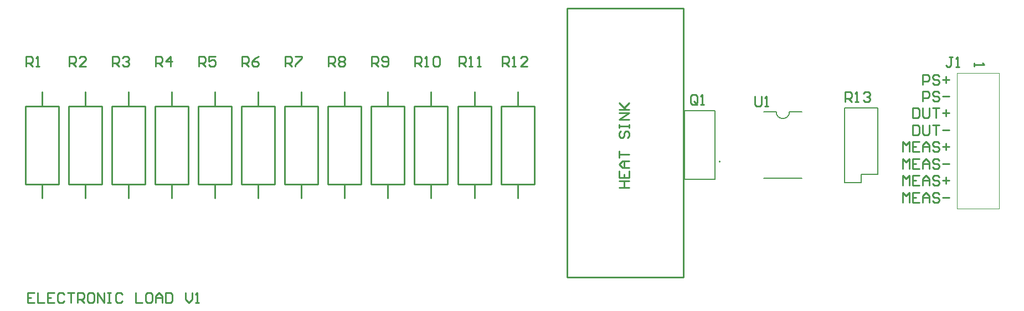
<source format=gto>
G04*
G04 #@! TF.GenerationSoftware,Altium Limited,Altium Designer,21.2.2 (38)*
G04*
G04 Layer_Color=65535*
%FSLAX25Y25*%
%MOIN*%
G70*
G04*
G04 #@! TF.SameCoordinates,DF2CB07D-5BEF-4587-B490-EA5FA00302EE*
G04*
G04*
G04 #@! TF.FilePolarity,Positive*
G04*
G01*
G75*
%ADD10C,0.00787*%
%ADD11C,0.00600*%
%ADD12C,0.01000*%
%ADD13C,0.00394*%
%ADD14C,0.00500*%
D10*
X426394Y93500D02*
G03*
X426394Y93500I-394J0D01*
G01*
X501000Y126000D02*
X521000D01*
X501000Y81000D02*
Y126000D01*
Y81000D02*
X511000D01*
Y86000D01*
X521000D01*
Y126000D01*
D11*
X460000Y123500D02*
G03*
X468000Y123500I4000J0D01*
G01*
X452500Y83500D02*
X475500D01*
X468000Y123500D02*
X475500D01*
X452500D02*
X460000D01*
D12*
X334000Y24000D02*
X404000D01*
X334000Y186000D02*
X404000D01*
Y24000D02*
Y186000D01*
X334000Y24000D02*
Y186000D01*
X304500Y71500D02*
Y80000D01*
Y127000D02*
Y135500D01*
Y80000D02*
X314500D01*
Y127000D01*
X294500D02*
X314500D01*
X294500Y80000D02*
Y127000D01*
Y80000D02*
X304500D01*
X278500Y71500D02*
Y80000D01*
Y127000D02*
Y135500D01*
Y80000D02*
X288500D01*
Y127000D01*
X268500D02*
X288500D01*
X268500Y80000D02*
Y127000D01*
Y80000D02*
X278500D01*
X252000Y71500D02*
Y80000D01*
Y127000D02*
Y135500D01*
Y80000D02*
X262000D01*
Y127000D01*
X242000D02*
X262000D01*
X242000Y80000D02*
Y127000D01*
Y80000D02*
X252000D01*
X226000Y71500D02*
Y80000D01*
Y127000D02*
Y135500D01*
Y80000D02*
X236000D01*
Y127000D01*
X216000D02*
X236000D01*
X216000Y80000D02*
Y127000D01*
Y80000D02*
X226000D01*
X200000Y71500D02*
Y80000D01*
Y127000D02*
Y135500D01*
Y80000D02*
X210000D01*
Y127000D01*
X190000D02*
X210000D01*
X190000Y80000D02*
Y127000D01*
Y80000D02*
X200000D01*
X174000Y71500D02*
Y80000D01*
Y127000D02*
Y135500D01*
Y80000D02*
X184000D01*
Y127000D01*
X164000D02*
X184000D01*
X164000Y80000D02*
Y127000D01*
Y80000D02*
X174000D01*
X148000Y71500D02*
Y80000D01*
Y127000D02*
Y135500D01*
Y80000D02*
X158000D01*
Y127000D01*
X138000D02*
X158000D01*
X138000Y80000D02*
Y127000D01*
Y80000D02*
X148000D01*
X122000Y71500D02*
Y80000D01*
Y127000D02*
Y135500D01*
Y80000D02*
X132000D01*
Y127000D01*
X112000D02*
X132000D01*
X112000Y80000D02*
Y127000D01*
Y80000D02*
X122000D01*
X96000Y71500D02*
Y80000D01*
Y127000D02*
Y135500D01*
Y80000D02*
X106000D01*
Y127000D01*
X86000D02*
X106000D01*
X86000Y80000D02*
Y127000D01*
Y80000D02*
X96000D01*
X70000Y71500D02*
Y80000D01*
Y127000D02*
Y135500D01*
Y80000D02*
X80000D01*
Y127000D01*
X60000D02*
X80000D01*
X60000Y80000D02*
Y127000D01*
Y80000D02*
X70000D01*
X44000Y71500D02*
Y80000D01*
Y127000D02*
Y135500D01*
Y80000D02*
X54000D01*
Y127000D01*
X34000D02*
X54000D01*
X34000Y80000D02*
Y127000D01*
Y80000D02*
X44000D01*
X18000Y71500D02*
Y80000D01*
Y127000D02*
Y135500D01*
Y80000D02*
X28000D01*
Y127000D01*
X8000D02*
X28000D01*
X8000Y80000D02*
Y127000D01*
Y80000D02*
X18000D01*
X579000Y153000D02*
Y151000D01*
Y152000D01*
X584998D01*
X583998Y153000D01*
X13499Y14498D02*
X9500D01*
Y8500D01*
X13499D01*
X9500Y11499D02*
X11499D01*
X15498Y14498D02*
Y8500D01*
X19497D01*
X25495Y14498D02*
X21496D01*
Y8500D01*
X25495D01*
X21496Y11499D02*
X23495D01*
X31493Y13498D02*
X30493Y14498D01*
X28494D01*
X27494Y13498D01*
Y9500D01*
X28494Y8500D01*
X30493D01*
X31493Y9500D01*
X33492Y14498D02*
X37491D01*
X35492D01*
Y8500D01*
X39490D02*
Y14498D01*
X42489D01*
X43489Y13498D01*
Y11499D01*
X42489Y10499D01*
X39490D01*
X41490D02*
X43489Y8500D01*
X48487Y14498D02*
X46488D01*
X45488Y13498D01*
Y9500D01*
X46488Y8500D01*
X48487D01*
X49487Y9500D01*
Y13498D01*
X48487Y14498D01*
X51486Y8500D02*
Y14498D01*
X55485Y8500D01*
Y14498D01*
X57485D02*
X59484D01*
X58484D01*
Y8500D01*
X57485D01*
X59484D01*
X66482Y13498D02*
X65482Y14498D01*
X63482D01*
X62483Y13498D01*
Y9500D01*
X63482Y8500D01*
X65482D01*
X66482Y9500D01*
X74479Y14498D02*
Y8500D01*
X78478D01*
X83476Y14498D02*
X81477D01*
X80477Y13498D01*
Y9500D01*
X81477Y8500D01*
X83476D01*
X84476Y9500D01*
Y13498D01*
X83476Y14498D01*
X86475Y8500D02*
Y12499D01*
X88475Y14498D01*
X90474Y12499D01*
Y8500D01*
Y11499D01*
X86475D01*
X92473Y14498D02*
Y8500D01*
X95472D01*
X96472Y9500D01*
Y13498D01*
X95472Y14498D01*
X92473D01*
X104469D02*
Y10499D01*
X106469Y8500D01*
X108468Y10499D01*
Y14498D01*
X110467Y8500D02*
X112467D01*
X111467D01*
Y14498D01*
X110467Y13498D01*
X548000Y129857D02*
Y135855D01*
X550999D01*
X551998Y134855D01*
Y132856D01*
X550999Y131856D01*
X548000D01*
X557997Y134855D02*
X556997Y135855D01*
X554997D01*
X553998Y134855D01*
Y133856D01*
X554997Y132856D01*
X556997D01*
X557997Y131856D01*
Y130857D01*
X556997Y129857D01*
X554997D01*
X553998Y130857D01*
X559996Y132856D02*
X563995D01*
X536004Y99428D02*
Y105427D01*
X538003Y103427D01*
X540002Y105427D01*
Y99428D01*
X546000Y105427D02*
X542002D01*
Y99428D01*
X546000D01*
X542002Y102428D02*
X544001D01*
X548000Y99428D02*
Y103427D01*
X549999Y105427D01*
X551998Y103427D01*
Y99428D01*
Y102428D01*
X548000D01*
X557997Y104427D02*
X556997Y105427D01*
X554997D01*
X553998Y104427D01*
Y103427D01*
X554997Y102428D01*
X556997D01*
X557997Y101428D01*
Y100428D01*
X556997Y99428D01*
X554997D01*
X553998Y100428D01*
X559996Y102428D02*
X563995D01*
X561995Y104427D02*
Y100428D01*
X542002Y115569D02*
Y109571D01*
X545001D01*
X546000Y110571D01*
Y114570D01*
X545001Y115569D01*
X542002D01*
X548000D02*
Y110571D01*
X548999Y109571D01*
X550999D01*
X551998Y110571D01*
Y115569D01*
X553998D02*
X557997D01*
X555997D01*
Y109571D01*
X559996Y112570D02*
X563995D01*
X542002Y125712D02*
Y119714D01*
X545001D01*
X546000Y120714D01*
Y124713D01*
X545001Y125712D01*
X542002D01*
X548000D02*
Y120714D01*
X548999Y119714D01*
X550999D01*
X551998Y120714D01*
Y125712D01*
X553998D02*
X557997D01*
X555997D01*
Y119714D01*
X559996Y122713D02*
X563995D01*
X561995Y124713D02*
Y120714D01*
X548000Y140000D02*
Y145998D01*
X550999D01*
X551998Y144998D01*
Y142999D01*
X550999Y141999D01*
X548000D01*
X557997Y144998D02*
X556997Y145998D01*
X554997D01*
X553998Y144998D01*
Y143999D01*
X554997Y142999D01*
X556997D01*
X557997Y141999D01*
Y141000D01*
X556997Y140000D01*
X554997D01*
X553998Y141000D01*
X559996Y142999D02*
X563995D01*
X561995Y144998D02*
Y141000D01*
X536004Y89286D02*
Y95284D01*
X538003Y93284D01*
X540002Y95284D01*
Y89286D01*
X546000Y95284D02*
X542002D01*
Y89286D01*
X546000D01*
X542002Y92285D02*
X544001D01*
X548000Y89286D02*
Y93284D01*
X549999Y95284D01*
X551998Y93284D01*
Y89286D01*
Y92285D01*
X548000D01*
X557997Y94284D02*
X556997Y95284D01*
X554997D01*
X553998Y94284D01*
Y93284D01*
X554997Y92285D01*
X556997D01*
X557997Y91285D01*
Y90285D01*
X556997Y89286D01*
X554997D01*
X553998Y90285D01*
X559996Y92285D02*
X563995D01*
X536004Y79143D02*
Y85141D01*
X538003Y83142D01*
X540002Y85141D01*
Y79143D01*
X546000Y85141D02*
X542002D01*
Y79143D01*
X546000D01*
X542002Y82142D02*
X544001D01*
X548000Y79143D02*
Y83142D01*
X549999Y85141D01*
X551998Y83142D01*
Y79143D01*
Y82142D01*
X548000D01*
X557997Y84141D02*
X556997Y85141D01*
X554997D01*
X553998Y84141D01*
Y83142D01*
X554997Y82142D01*
X556997D01*
X557997Y81142D01*
Y80142D01*
X556997Y79143D01*
X554997D01*
X553998Y80142D01*
X559996Y82142D02*
X563995D01*
X561995Y84141D02*
Y80142D01*
X536004Y69000D02*
Y74998D01*
X538003Y72999D01*
X540002Y74998D01*
Y69000D01*
X546000Y74998D02*
X542002D01*
Y69000D01*
X546000D01*
X542002Y71999D02*
X544001D01*
X548000Y69000D02*
Y72999D01*
X549999Y74998D01*
X551998Y72999D01*
Y69000D01*
Y71999D01*
X548000D01*
X557997Y73998D02*
X556997Y74998D01*
X554997D01*
X553998Y73998D01*
Y72999D01*
X554997Y71999D01*
X556997D01*
X557997Y70999D01*
Y70000D01*
X556997Y69000D01*
X554997D01*
X553998Y70000D01*
X559996Y71999D02*
X563995D01*
X365502Y78008D02*
X371500D01*
X368501D01*
Y82007D01*
X365502D01*
X371500D01*
X365502Y88005D02*
Y84006D01*
X371500D01*
Y88005D01*
X368501Y84006D02*
Y86006D01*
X371500Y90004D02*
X367501D01*
X365502Y92004D01*
X367501Y94003D01*
X371500D01*
X368501D01*
Y90004D01*
X365502Y96002D02*
Y100001D01*
Y98002D01*
X371500D01*
X366502Y111997D02*
X365502Y110998D01*
Y108998D01*
X366502Y107999D01*
X367501D01*
X368501Y108998D01*
Y110998D01*
X369501Y111997D01*
X370500D01*
X371500Y110998D01*
Y108998D01*
X370500Y107999D01*
X365502Y113997D02*
Y115996D01*
Y114996D01*
X371500D01*
Y113997D01*
Y115996D01*
Y118995D02*
X365502D01*
X371500Y122994D01*
X365502D01*
Y124993D02*
X371500D01*
X369501D01*
X365502Y128992D01*
X368501Y125993D01*
X371500Y128992D01*
X566000Y156499D02*
X564001D01*
X565000D01*
Y151501D01*
X564001Y150501D01*
X563001D01*
X562001Y151501D01*
X567999Y150501D02*
X569999D01*
X568999D01*
Y156499D01*
X567999Y155499D01*
X447000Y132798D02*
Y127800D01*
X448000Y126800D01*
X449999D01*
X450999Y127800D01*
Y132798D01*
X452998Y126800D02*
X454997D01*
X453998D01*
Y132798D01*
X452998Y131798D01*
X501600Y129400D02*
Y135398D01*
X504599D01*
X505599Y134398D01*
Y132399D01*
X504599Y131399D01*
X501600D01*
X503599D02*
X505599Y129400D01*
X507598D02*
X509597D01*
X508598D01*
Y135398D01*
X507598Y134398D01*
X512596D02*
X513596Y135398D01*
X515595D01*
X516595Y134398D01*
Y133399D01*
X515595Y132399D01*
X514596D01*
X515595D01*
X516595Y131399D01*
Y130400D01*
X515595Y129400D01*
X513596D01*
X512596Y130400D01*
X295000Y150900D02*
Y156898D01*
X297999D01*
X298999Y155898D01*
Y153899D01*
X297999Y152899D01*
X295000D01*
X296999D02*
X298999Y150900D01*
X300998D02*
X302997D01*
X301998D01*
Y156898D01*
X300998Y155898D01*
X309995Y150900D02*
X305996D01*
X309995Y154899D01*
Y155898D01*
X308996Y156898D01*
X306996D01*
X305996Y155898D01*
X269000Y150900D02*
Y156898D01*
X271999D01*
X272999Y155898D01*
Y153899D01*
X271999Y152899D01*
X269000D01*
X270999D02*
X272999Y150900D01*
X274998D02*
X276997D01*
X275998D01*
Y156898D01*
X274998Y155898D01*
X279996Y150900D02*
X281996D01*
X280996D01*
Y156898D01*
X279996Y155898D01*
X242500Y150900D02*
Y156898D01*
X245499D01*
X246499Y155898D01*
Y153899D01*
X245499Y152899D01*
X242500D01*
X244499D02*
X246499Y150900D01*
X248498D02*
X250497D01*
X249498D01*
Y156898D01*
X248498Y155898D01*
X253496D02*
X254496Y156898D01*
X256495D01*
X257495Y155898D01*
Y151900D01*
X256495Y150900D01*
X254496D01*
X253496Y151900D01*
Y155898D01*
X216500Y150900D02*
Y156898D01*
X219499D01*
X220499Y155898D01*
Y153899D01*
X219499Y152899D01*
X216500D01*
X218499D02*
X220499Y150900D01*
X222498Y151900D02*
X223498Y150900D01*
X225497D01*
X226497Y151900D01*
Y155898D01*
X225497Y156898D01*
X223498D01*
X222498Y155898D01*
Y154899D01*
X223498Y153899D01*
X226497D01*
X190500Y150900D02*
Y156898D01*
X193499D01*
X194499Y155898D01*
Y153899D01*
X193499Y152899D01*
X190500D01*
X192499D02*
X194499Y150900D01*
X196498Y155898D02*
X197498Y156898D01*
X199497D01*
X200497Y155898D01*
Y154899D01*
X199497Y153899D01*
X200497Y152899D01*
Y151900D01*
X199497Y150900D01*
X197498D01*
X196498Y151900D01*
Y152899D01*
X197498Y153899D01*
X196498Y154899D01*
Y155898D01*
X197498Y153899D02*
X199497D01*
X164500Y150900D02*
Y156898D01*
X167499D01*
X168499Y155898D01*
Y153899D01*
X167499Y152899D01*
X164500D01*
X166499D02*
X168499Y150900D01*
X170498Y156898D02*
X174497D01*
Y155898D01*
X170498Y151900D01*
Y150900D01*
X138500D02*
Y156898D01*
X141499D01*
X142499Y155898D01*
Y153899D01*
X141499Y152899D01*
X138500D01*
X140499D02*
X142499Y150900D01*
X148497Y156898D02*
X146497Y155898D01*
X144498Y153899D01*
Y151900D01*
X145498Y150900D01*
X147497D01*
X148497Y151900D01*
Y152899D01*
X147497Y153899D01*
X144498D01*
X112500Y150900D02*
Y156898D01*
X115499D01*
X116499Y155898D01*
Y153899D01*
X115499Y152899D01*
X112500D01*
X114499D02*
X116499Y150900D01*
X122497Y156898D02*
X118498D01*
Y153899D01*
X120497Y154899D01*
X121497D01*
X122497Y153899D01*
Y151900D01*
X121497Y150900D01*
X119498D01*
X118498Y151900D01*
X86500Y150900D02*
Y156898D01*
X89499D01*
X90499Y155898D01*
Y153899D01*
X89499Y152899D01*
X86500D01*
X88499D02*
X90499Y150900D01*
X95497D02*
Y156898D01*
X92498Y153899D01*
X96497D01*
X60500Y150900D02*
Y156898D01*
X63499D01*
X64499Y155898D01*
Y153899D01*
X63499Y152899D01*
X60500D01*
X62499D02*
X64499Y150900D01*
X66498Y155898D02*
X67498Y156898D01*
X69497D01*
X70497Y155898D01*
Y154899D01*
X69497Y153899D01*
X68497D01*
X69497D01*
X70497Y152899D01*
Y151900D01*
X69497Y150900D01*
X67498D01*
X66498Y151900D01*
X34500Y150900D02*
Y156898D01*
X37499D01*
X38499Y155898D01*
Y153899D01*
X37499Y152899D01*
X34500D01*
X36499D02*
X38499Y150900D01*
X44497D02*
X40498D01*
X44497Y154899D01*
Y155898D01*
X43497Y156898D01*
X41498D01*
X40498Y155898D01*
X8500Y150900D02*
Y156898D01*
X11499D01*
X12499Y155898D01*
Y153899D01*
X11499Y152899D01*
X8500D01*
X10499D02*
X12499Y150900D01*
X14498D02*
X16497D01*
X15498D01*
Y156898D01*
X14498Y155898D01*
X412500Y129001D02*
Y132999D01*
X411500Y133999D01*
X409501D01*
X408501Y132999D01*
Y129001D01*
X409501Y128001D01*
X411500D01*
X410501Y130000D02*
X412500Y128001D01*
X411500D02*
X412500Y129001D01*
X414499Y128001D02*
X416499D01*
X415499D01*
Y133999D01*
X414499Y132999D01*
D13*
X568705Y146787D02*
X594295D01*
X568705Y65213D02*
Y146787D01*
X594295Y65213D02*
Y146787D01*
X568705Y65213D02*
X594295D01*
D14*
X404740Y82752D02*
X423244D01*
Y124248D01*
X404740D02*
X423244D01*
X404740Y82752D02*
Y124248D01*
M02*

</source>
